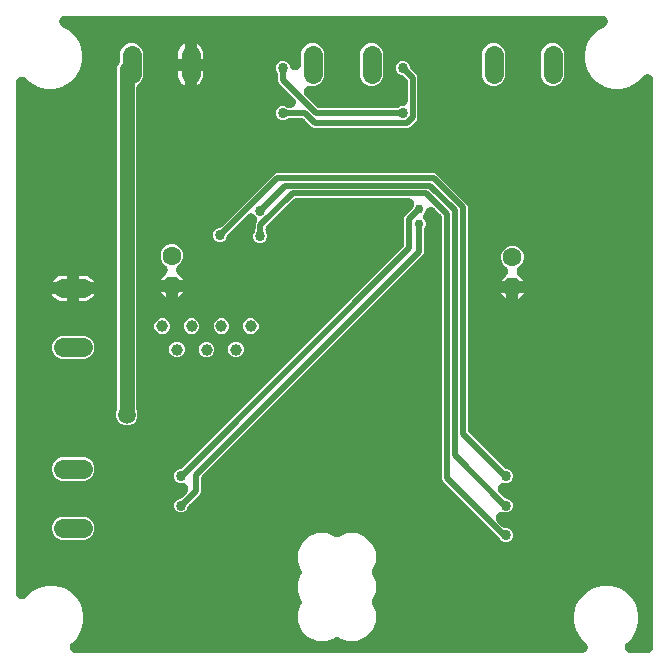
<source format=gbl>
G04 EAGLE Gerber RS-274X export*
G75*
%MOMM*%
%FSLAX34Y34*%
%LPD*%
%INBottom Copper*%
%IPPOS*%
%AMOC8*
5,1,8,0,0,1.08239X$1,22.5*%
G01*
%ADD10C,1.600200*%
%ADD11P,1.732040X8X292.500000*%
%ADD12C,1.650000*%
%ADD13C,1.500000*%
%ADD14C,0.856400*%
%ADD15C,0.756400*%
%ADD16C,0.508000*%
%ADD17C,1.270000*%
%ADD18C,1.006400*%
%ADD19C,0.500000*%

G36*
X489402Y10176D02*
X489402Y10176D01*
X489639Y10183D01*
X489720Y10196D01*
X489802Y10201D01*
X490034Y10245D01*
X490268Y10282D01*
X490347Y10305D01*
X490428Y10320D01*
X490653Y10393D01*
X490880Y10459D01*
X490955Y10491D01*
X491034Y10517D01*
X491248Y10617D01*
X491465Y10711D01*
X491536Y10753D01*
X491610Y10788D01*
X491810Y10914D01*
X492014Y11035D01*
X492079Y11085D01*
X492148Y11129D01*
X492331Y11280D01*
X492518Y11424D01*
X492576Y11482D01*
X492640Y11534D01*
X492802Y11707D01*
X492970Y11874D01*
X493020Y11939D01*
X493076Y11998D01*
X493215Y12190D01*
X493361Y12377D01*
X493403Y12447D01*
X493451Y12513D01*
X493565Y12721D01*
X493687Y12924D01*
X493719Y13000D01*
X493759Y13071D01*
X493846Y13291D01*
X493941Y13509D01*
X493964Y13587D01*
X493994Y13664D01*
X494053Y13893D01*
X494120Y14120D01*
X494133Y14201D01*
X494154Y14280D01*
X494184Y14515D01*
X494221Y14749D01*
X494224Y14831D01*
X494234Y14912D01*
X494235Y15149D01*
X494243Y15386D01*
X494235Y15467D01*
X494236Y15550D01*
X494206Y15785D01*
X494185Y16020D01*
X494167Y16100D01*
X494157Y16182D01*
X494099Y16411D01*
X494048Y16642D01*
X494020Y16720D01*
X494000Y16799D01*
X493913Y17020D01*
X493834Y17243D01*
X493797Y17316D01*
X493767Y17392D01*
X493653Y17600D01*
X493546Y17811D01*
X493500Y17879D01*
X493461Y17951D01*
X493322Y18143D01*
X493190Y18339D01*
X493137Y18400D01*
X493088Y18468D01*
X492910Y18658D01*
X492757Y18832D01*
X488266Y23323D01*
X484690Y29516D01*
X482839Y36424D01*
X482839Y43576D01*
X484690Y50484D01*
X488266Y56677D01*
X493323Y61734D01*
X499516Y65310D01*
X506424Y67161D01*
X513576Y67161D01*
X520484Y65310D01*
X526677Y61734D01*
X531734Y56677D01*
X535310Y50484D01*
X537161Y43576D01*
X537161Y36424D01*
X535310Y29516D01*
X531734Y23323D01*
X527243Y18832D01*
X527086Y18654D01*
X526924Y18482D01*
X526875Y18415D01*
X526821Y18354D01*
X526688Y18158D01*
X526549Y17966D01*
X526509Y17895D01*
X526463Y17827D01*
X526355Y17616D01*
X526241Y17409D01*
X526211Y17332D01*
X526174Y17259D01*
X526093Y17037D01*
X526006Y16816D01*
X525985Y16737D01*
X525957Y16660D01*
X525906Y16429D01*
X525846Y16200D01*
X525836Y16118D01*
X525818Y16038D01*
X525796Y15803D01*
X525766Y15568D01*
X525765Y15485D01*
X525758Y15404D01*
X525765Y15168D01*
X525764Y14930D01*
X525775Y14849D01*
X525777Y14767D01*
X525814Y14533D01*
X525843Y14298D01*
X525863Y14219D01*
X525876Y14138D01*
X525942Y13910D01*
X526000Y13681D01*
X526030Y13605D01*
X526053Y13526D01*
X526147Y13308D01*
X526233Y13088D01*
X526273Y13016D01*
X526305Y12941D01*
X526425Y12737D01*
X526539Y12529D01*
X526587Y12462D01*
X526629Y12392D01*
X526773Y12204D01*
X526912Y12012D01*
X526968Y11952D01*
X527018Y11888D01*
X527186Y11720D01*
X527347Y11547D01*
X527410Y11494D01*
X527468Y11436D01*
X527655Y11291D01*
X527837Y11139D01*
X527906Y11095D01*
X527971Y11045D01*
X528174Y10924D01*
X528374Y10796D01*
X528448Y10761D01*
X528519Y10719D01*
X528735Y10625D01*
X528950Y10523D01*
X529028Y10498D01*
X529103Y10465D01*
X529330Y10398D01*
X529555Y10324D01*
X529635Y10309D01*
X529714Y10286D01*
X529948Y10248D01*
X530180Y10203D01*
X530261Y10198D01*
X530343Y10185D01*
X530603Y10176D01*
X530834Y10161D01*
X544760Y10161D01*
X544915Y10170D01*
X545070Y10170D01*
X545232Y10190D01*
X545396Y10201D01*
X545548Y10230D01*
X545702Y10249D01*
X545861Y10289D01*
X546022Y10320D01*
X546169Y10368D01*
X546319Y10406D01*
X546472Y10466D01*
X546628Y10517D01*
X546768Y10582D01*
X546912Y10639D01*
X547056Y10718D01*
X547204Y10788D01*
X547335Y10870D01*
X547471Y10945D01*
X547604Y11041D01*
X547743Y11129D01*
X547862Y11227D01*
X547988Y11318D01*
X548107Y11430D01*
X548234Y11534D01*
X548340Y11647D01*
X548453Y11753D01*
X548558Y11879D01*
X548670Y11998D01*
X548762Y12124D01*
X548861Y12243D01*
X548949Y12381D01*
X549045Y12513D01*
X549120Y12649D01*
X549204Y12780D01*
X549274Y12928D01*
X549353Y13071D01*
X549410Y13215D01*
X549477Y13355D01*
X549528Y13511D01*
X549588Y13664D01*
X549627Y13814D01*
X549676Y13961D01*
X549707Y14122D01*
X549748Y14280D01*
X549767Y14434D01*
X549797Y14586D01*
X549807Y14745D01*
X549829Y14912D01*
X549829Y15081D01*
X549839Y15240D01*
X549839Y495166D01*
X549824Y495402D01*
X549817Y495639D01*
X549804Y495720D01*
X549799Y495802D01*
X549755Y496034D01*
X549718Y496268D01*
X549695Y496347D01*
X549680Y496428D01*
X549607Y496653D01*
X549541Y496880D01*
X549509Y496955D01*
X549483Y497034D01*
X549383Y497248D01*
X549289Y497465D01*
X549247Y497536D01*
X549212Y497610D01*
X549086Y497810D01*
X548965Y498014D01*
X548915Y498079D01*
X548871Y498148D01*
X548720Y498331D01*
X548576Y498518D01*
X548518Y498576D01*
X548466Y498640D01*
X548293Y498802D01*
X548126Y498970D01*
X548061Y499020D01*
X548002Y499076D01*
X547810Y499215D01*
X547623Y499361D01*
X547553Y499403D01*
X547487Y499451D01*
X547279Y499565D01*
X547076Y499687D01*
X547000Y499719D01*
X546929Y499759D01*
X546709Y499846D01*
X546491Y499941D01*
X546413Y499964D01*
X546336Y499994D01*
X546107Y500053D01*
X545880Y500120D01*
X545799Y500133D01*
X545720Y500154D01*
X545485Y500184D01*
X545251Y500221D01*
X545169Y500224D01*
X545088Y500234D01*
X544851Y500235D01*
X544614Y500243D01*
X544533Y500235D01*
X544450Y500236D01*
X544215Y500206D01*
X543980Y500185D01*
X543900Y500167D01*
X543818Y500157D01*
X543589Y500099D01*
X543358Y500048D01*
X543280Y500020D01*
X543201Y500000D01*
X542980Y499913D01*
X542757Y499834D01*
X542684Y499797D01*
X542608Y499767D01*
X542400Y499653D01*
X542189Y499546D01*
X542121Y499500D01*
X542049Y499461D01*
X541857Y499322D01*
X541661Y499190D01*
X541600Y499137D01*
X541532Y499088D01*
X541342Y498910D01*
X541168Y498757D01*
X535677Y493266D01*
X529484Y489690D01*
X522576Y487839D01*
X515424Y487839D01*
X508516Y489690D01*
X502323Y493266D01*
X497266Y498323D01*
X493690Y504516D01*
X491839Y511424D01*
X491839Y518576D01*
X493690Y525484D01*
X497266Y531677D01*
X502323Y536734D01*
X508606Y540361D01*
X508825Y540507D01*
X509048Y540649D01*
X509091Y540684D01*
X509136Y540714D01*
X509336Y540886D01*
X509540Y541054D01*
X509577Y541094D01*
X509619Y541130D01*
X509795Y541326D01*
X509976Y541518D01*
X510008Y541563D01*
X510045Y541603D01*
X510196Y541820D01*
X510351Y542034D01*
X510378Y542081D01*
X510409Y542126D01*
X510532Y542361D01*
X510659Y542591D01*
X510679Y542642D01*
X510705Y542691D01*
X510797Y542938D01*
X510894Y543184D01*
X510908Y543237D01*
X510927Y543288D01*
X510988Y543545D01*
X511054Y543800D01*
X511061Y543855D01*
X511073Y543908D01*
X511101Y544171D01*
X511135Y544432D01*
X511135Y544487D01*
X511140Y544542D01*
X511135Y544805D01*
X511136Y545070D01*
X511129Y545124D01*
X511128Y545179D01*
X511090Y545439D01*
X511057Y545702D01*
X511044Y545755D01*
X511036Y545809D01*
X510965Y546063D01*
X510900Y546319D01*
X510880Y546370D01*
X510865Y546423D01*
X510764Y546666D01*
X510667Y546912D01*
X510640Y546960D01*
X510619Y547011D01*
X510488Y547239D01*
X510361Y547471D01*
X510329Y547516D01*
X510302Y547563D01*
X510143Y547773D01*
X509988Y547988D01*
X509951Y548028D01*
X509918Y548071D01*
X509733Y548260D01*
X509553Y548453D01*
X509511Y548488D01*
X509473Y548527D01*
X509266Y548692D01*
X509063Y548861D01*
X509017Y548890D01*
X508974Y548924D01*
X508748Y549062D01*
X508526Y549204D01*
X508477Y549227D01*
X508430Y549256D01*
X508189Y549363D01*
X507951Y549477D01*
X507898Y549494D01*
X507849Y549516D01*
X507596Y549593D01*
X507345Y549676D01*
X507292Y549686D01*
X507239Y549702D01*
X506979Y549747D01*
X506720Y549797D01*
X506666Y549800D01*
X506611Y549810D01*
X506314Y549823D01*
X506066Y549839D01*
X51934Y549839D01*
X51671Y549823D01*
X51407Y549812D01*
X51353Y549803D01*
X51298Y549799D01*
X51039Y549750D01*
X50778Y549706D01*
X50726Y549690D01*
X50672Y549680D01*
X50421Y549598D01*
X50168Y549522D01*
X50118Y549500D01*
X50066Y549483D01*
X49827Y549371D01*
X49586Y549264D01*
X49539Y549236D01*
X49490Y549212D01*
X49267Y549071D01*
X49041Y548935D01*
X48998Y548901D01*
X48952Y548871D01*
X48748Y548703D01*
X48541Y548539D01*
X48502Y548500D01*
X48460Y548466D01*
X48279Y548273D01*
X48094Y548085D01*
X48061Y548041D01*
X48024Y548002D01*
X47868Y547788D01*
X47708Y547578D01*
X47681Y547531D01*
X47649Y547487D01*
X47521Y547255D01*
X47389Y547027D01*
X47367Y546976D01*
X47341Y546929D01*
X47243Y546683D01*
X47141Y546440D01*
X47126Y546387D01*
X47106Y546336D01*
X47040Y546081D01*
X46968Y545827D01*
X46960Y545772D01*
X46946Y545720D01*
X46913Y545458D01*
X46874Y545197D01*
X46872Y545142D01*
X46865Y545088D01*
X46865Y544822D01*
X46859Y544560D01*
X46864Y544505D01*
X46864Y544450D01*
X46897Y544188D01*
X46924Y543926D01*
X46936Y543873D01*
X46943Y543818D01*
X47008Y543562D01*
X47068Y543305D01*
X47087Y543254D01*
X47100Y543201D01*
X47197Y542955D01*
X47288Y542707D01*
X47313Y542659D01*
X47333Y542608D01*
X47460Y542376D01*
X47582Y542142D01*
X47613Y542097D01*
X47639Y542049D01*
X47794Y541835D01*
X47944Y541618D01*
X47980Y541577D01*
X48012Y541532D01*
X48193Y541339D01*
X48368Y541143D01*
X48410Y541107D01*
X48447Y541067D01*
X48650Y540898D01*
X48849Y540725D01*
X48894Y540695D01*
X48937Y540659D01*
X49188Y540499D01*
X49394Y540361D01*
X55677Y536734D01*
X60734Y531677D01*
X64310Y525484D01*
X66161Y518576D01*
X66161Y511424D01*
X64310Y504516D01*
X60734Y498323D01*
X55677Y493266D01*
X49484Y489690D01*
X42576Y487839D01*
X35424Y487839D01*
X28516Y489690D01*
X22323Y493266D01*
X18832Y496757D01*
X18654Y496914D01*
X18482Y497076D01*
X18415Y497125D01*
X18354Y497179D01*
X18158Y497312D01*
X17966Y497451D01*
X17895Y497491D01*
X17827Y497537D01*
X17616Y497645D01*
X17409Y497759D01*
X17332Y497789D01*
X17259Y497826D01*
X17037Y497907D01*
X16816Y497994D01*
X16737Y498015D01*
X16660Y498043D01*
X16429Y498094D01*
X16200Y498154D01*
X16118Y498164D01*
X16038Y498182D01*
X15803Y498204D01*
X15568Y498234D01*
X15485Y498235D01*
X15404Y498242D01*
X15168Y498235D01*
X14930Y498236D01*
X14849Y498225D01*
X14767Y498223D01*
X14533Y498186D01*
X14298Y498157D01*
X14219Y498137D01*
X14138Y498124D01*
X13910Y498058D01*
X13681Y498000D01*
X13604Y497970D01*
X13526Y497947D01*
X13308Y497853D01*
X13088Y497767D01*
X13016Y497727D01*
X12941Y497695D01*
X12737Y497575D01*
X12529Y497461D01*
X12462Y497413D01*
X12392Y497371D01*
X12204Y497227D01*
X12012Y497088D01*
X11952Y497032D01*
X11888Y496982D01*
X11720Y496814D01*
X11547Y496653D01*
X11494Y496590D01*
X11436Y496532D01*
X11291Y496345D01*
X11139Y496163D01*
X11095Y496094D01*
X11045Y496029D01*
X10924Y495826D01*
X10796Y495626D01*
X10761Y495552D01*
X10719Y495481D01*
X10625Y495265D01*
X10523Y495050D01*
X10498Y494972D01*
X10465Y494897D01*
X10398Y494670D01*
X10324Y494445D01*
X10309Y494365D01*
X10286Y494286D01*
X10248Y494052D01*
X10203Y493820D01*
X10198Y493739D01*
X10185Y493657D01*
X10176Y493397D01*
X10161Y493166D01*
X10161Y60834D01*
X10170Y60683D01*
X10170Y60644D01*
X10175Y60602D01*
X10176Y60597D01*
X10183Y60361D01*
X10196Y60280D01*
X10201Y60198D01*
X10245Y59966D01*
X10282Y59732D01*
X10305Y59653D01*
X10320Y59572D01*
X10393Y59347D01*
X10459Y59120D01*
X10491Y59045D01*
X10517Y58966D01*
X10617Y58752D01*
X10711Y58535D01*
X10753Y58464D01*
X10788Y58390D01*
X10914Y58190D01*
X11035Y57986D01*
X11085Y57921D01*
X11129Y57852D01*
X11280Y57669D01*
X11424Y57482D01*
X11482Y57424D01*
X11534Y57360D01*
X11707Y57198D01*
X11874Y57030D01*
X11939Y56980D01*
X11998Y56924D01*
X12190Y56785D01*
X12377Y56639D01*
X12447Y56597D01*
X12513Y56549D01*
X12721Y56435D01*
X12924Y56313D01*
X13000Y56281D01*
X13071Y56241D01*
X13291Y56154D01*
X13509Y56059D01*
X13587Y56036D01*
X13664Y56006D01*
X13893Y55947D01*
X14120Y55880D01*
X14201Y55867D01*
X14280Y55846D01*
X14515Y55816D01*
X14749Y55779D01*
X14831Y55776D01*
X14912Y55766D01*
X15149Y55765D01*
X15386Y55757D01*
X15467Y55765D01*
X15550Y55764D01*
X15785Y55794D01*
X16020Y55815D01*
X16100Y55833D01*
X16182Y55843D01*
X16411Y55901D01*
X16642Y55952D01*
X16720Y55980D01*
X16799Y56000D01*
X17020Y56087D01*
X17243Y56166D01*
X17316Y56203D01*
X17392Y56233D01*
X17600Y56347D01*
X17811Y56454D01*
X17879Y56500D01*
X17951Y56539D01*
X18143Y56678D01*
X18339Y56810D01*
X18400Y56863D01*
X18468Y56912D01*
X18658Y57090D01*
X18832Y57243D01*
X23323Y61734D01*
X29516Y65310D01*
X36424Y67161D01*
X43576Y67161D01*
X50484Y65310D01*
X56677Y61734D01*
X61734Y56677D01*
X65310Y50484D01*
X67161Y43576D01*
X67161Y36424D01*
X65310Y29516D01*
X61734Y23323D01*
X57243Y18832D01*
X57086Y18654D01*
X56924Y18482D01*
X56875Y18415D01*
X56821Y18354D01*
X56688Y18158D01*
X56549Y17966D01*
X56509Y17895D01*
X56463Y17827D01*
X56355Y17616D01*
X56241Y17409D01*
X56211Y17332D01*
X56174Y17259D01*
X56093Y17037D01*
X56006Y16816D01*
X55985Y16737D01*
X55957Y16660D01*
X55906Y16429D01*
X55846Y16200D01*
X55836Y16118D01*
X55818Y16038D01*
X55796Y15803D01*
X55766Y15568D01*
X55765Y15485D01*
X55758Y15404D01*
X55765Y15168D01*
X55764Y14930D01*
X55775Y14849D01*
X55777Y14767D01*
X55814Y14533D01*
X55843Y14298D01*
X55863Y14219D01*
X55876Y14138D01*
X55942Y13910D01*
X56000Y13681D01*
X56030Y13605D01*
X56053Y13526D01*
X56147Y13308D01*
X56233Y13088D01*
X56273Y13016D01*
X56305Y12941D01*
X56425Y12737D01*
X56539Y12529D01*
X56587Y12462D01*
X56629Y12392D01*
X56773Y12204D01*
X56912Y12012D01*
X56968Y11952D01*
X57018Y11888D01*
X57186Y11720D01*
X57347Y11547D01*
X57410Y11494D01*
X57468Y11436D01*
X57655Y11291D01*
X57837Y11139D01*
X57906Y11095D01*
X57971Y11045D01*
X58174Y10924D01*
X58374Y10796D01*
X58448Y10761D01*
X58519Y10719D01*
X58735Y10625D01*
X58950Y10523D01*
X59028Y10498D01*
X59103Y10465D01*
X59330Y10398D01*
X59555Y10324D01*
X59635Y10309D01*
X59714Y10286D01*
X59948Y10248D01*
X60180Y10203D01*
X60261Y10198D01*
X60343Y10185D01*
X60603Y10176D01*
X60834Y10161D01*
X489166Y10161D01*
X489402Y10176D01*
G37*
%LPC*%
G36*
X423845Y104193D02*
X423845Y104193D01*
X421711Y105077D01*
X420077Y106711D01*
X419997Y106905D01*
X419983Y106934D01*
X419972Y106964D01*
X419844Y107218D01*
X419717Y107477D01*
X419699Y107504D01*
X419685Y107532D01*
X419525Y107769D01*
X419367Y108010D01*
X419346Y108034D01*
X419328Y108060D01*
X419163Y108248D01*
X418953Y108494D01*
X418922Y108522D01*
X418896Y108553D01*
X371554Y155894D01*
X370935Y157388D01*
X370935Y159493D01*
X370949Y159710D01*
X370975Y160030D01*
X370973Y160072D01*
X370975Y160112D01*
X370975Y378455D01*
X370971Y378528D01*
X370973Y378601D01*
X370951Y378846D01*
X370935Y379091D01*
X370922Y379163D01*
X370915Y379236D01*
X370862Y379476D01*
X370816Y379717D01*
X370794Y379786D01*
X370778Y379858D01*
X370695Y380089D01*
X370619Y380323D01*
X370588Y380389D01*
X370564Y380458D01*
X370453Y380677D01*
X370348Y380900D01*
X370309Y380961D01*
X370276Y381027D01*
X370139Y381230D01*
X370007Y381438D01*
X369961Y381494D01*
X369920Y381555D01*
X369767Y381729D01*
X369602Y381929D01*
X369541Y381986D01*
X369488Y382047D01*
X365162Y386373D01*
X365015Y386502D01*
X364874Y386639D01*
X364776Y386713D01*
X364684Y386794D01*
X364522Y386904D01*
X364365Y387022D01*
X364259Y387083D01*
X364157Y387152D01*
X363982Y387242D01*
X363812Y387339D01*
X363699Y387386D01*
X363589Y387442D01*
X363405Y387508D01*
X363224Y387584D01*
X363106Y387616D01*
X362990Y387658D01*
X362799Y387701D01*
X362610Y387753D01*
X362489Y387770D01*
X362368Y387797D01*
X362173Y387816D01*
X361979Y387844D01*
X361857Y387846D01*
X361734Y387858D01*
X361539Y387852D01*
X361342Y387855D01*
X361220Y387842D01*
X361097Y387838D01*
X360904Y387808D01*
X360709Y387787D01*
X360589Y387759D01*
X360468Y387739D01*
X360280Y387685D01*
X360089Y387640D01*
X359974Y387597D01*
X359856Y387562D01*
X359676Y387485D01*
X359492Y387416D01*
X359384Y387359D01*
X359271Y387310D01*
X359102Y387211D01*
X358929Y387120D01*
X358828Y387049D01*
X358722Y386987D01*
X358567Y386867D01*
X358406Y386755D01*
X358315Y386672D01*
X358218Y386597D01*
X358079Y386459D01*
X357934Y386327D01*
X357853Y386234D01*
X357766Y386147D01*
X357646Y385993D01*
X357518Y385844D01*
X357450Y385742D01*
X357375Y385645D01*
X357275Y385476D01*
X357167Y385313D01*
X357114Y385205D01*
X357049Y385097D01*
X356964Y384902D01*
X356878Y384725D01*
X356148Y382964D01*
X356104Y382907D01*
X355995Y382784D01*
X355908Y382656D01*
X355813Y382533D01*
X355729Y382392D01*
X355637Y382257D01*
X355567Y382119D01*
X355487Y381986D01*
X355422Y381835D01*
X355347Y381689D01*
X355295Y381544D01*
X355233Y381401D01*
X355187Y381244D01*
X355131Y381090D01*
X355097Y380939D01*
X355054Y380790D01*
X355028Y380628D01*
X354992Y380468D01*
X354977Y380314D01*
X354953Y380161D01*
X354947Y379997D01*
X354931Y379834D01*
X354936Y379679D01*
X354931Y379524D01*
X354946Y379361D01*
X354951Y379197D01*
X354975Y379044D01*
X354989Y378890D01*
X355024Y378730D01*
X355050Y378568D01*
X355093Y378419D01*
X355126Y378268D01*
X355181Y378113D01*
X355227Y377956D01*
X355288Y377813D01*
X355340Y377667D01*
X355414Y377521D01*
X355479Y377371D01*
X355558Y377237D01*
X355628Y377099D01*
X355719Y376963D01*
X355802Y376822D01*
X355897Y376699D01*
X355984Y376571D01*
X356089Y376451D01*
X356149Y376373D01*
X356977Y374376D01*
X356977Y372264D01*
X356121Y370199D01*
X356111Y370169D01*
X356097Y370140D01*
X356008Y369867D01*
X355915Y369597D01*
X355908Y369565D01*
X355898Y369535D01*
X355844Y369253D01*
X355786Y368973D01*
X355783Y368941D01*
X355777Y368909D01*
X355761Y368659D01*
X355735Y368338D01*
X355737Y368296D01*
X355735Y368256D01*
X355735Y349058D01*
X355116Y347564D01*
X168052Y160501D01*
X168004Y160446D01*
X167951Y160396D01*
X167793Y160207D01*
X167631Y160023D01*
X167590Y159963D01*
X167543Y159907D01*
X167411Y159699D01*
X167273Y159496D01*
X167240Y159431D01*
X167200Y159370D01*
X167095Y159148D01*
X166983Y158929D01*
X166959Y158860D01*
X166927Y158794D01*
X166851Y158560D01*
X166767Y158329D01*
X166751Y158258D01*
X166728Y158189D01*
X166682Y157947D01*
X166628Y157708D01*
X166621Y157635D01*
X166607Y157563D01*
X166592Y157332D01*
X166567Y157073D01*
X166570Y156990D01*
X166565Y156909D01*
X166565Y146691D01*
X165946Y145197D01*
X157294Y136546D01*
X157246Y136491D01*
X157193Y136441D01*
X157035Y136252D01*
X156873Y136068D01*
X156832Y136008D01*
X156785Y135952D01*
X156653Y135744D01*
X156515Y135541D01*
X156482Y135476D01*
X156442Y135415D01*
X156337Y135193D01*
X156225Y134974D01*
X156201Y134905D01*
X156169Y134839D01*
X156093Y134605D01*
X156009Y134374D01*
X155993Y134303D01*
X155981Y134265D01*
X154923Y131711D01*
X153289Y130077D01*
X151155Y129193D01*
X148845Y129193D01*
X146711Y130077D01*
X145077Y131711D01*
X144193Y133845D01*
X144193Y136155D01*
X145077Y138289D01*
X146711Y139923D01*
X149277Y140986D01*
X149285Y140988D01*
X149357Y141004D01*
X149588Y141087D01*
X149822Y141163D01*
X149888Y141194D01*
X149957Y141218D01*
X150176Y141329D01*
X150399Y141434D01*
X150460Y141473D01*
X150526Y141506D01*
X150729Y141643D01*
X150937Y141775D01*
X150993Y141821D01*
X151054Y141862D01*
X151227Y142014D01*
X151428Y142180D01*
X151485Y142241D01*
X151546Y142294D01*
X154774Y145522D01*
X154931Y145700D01*
X155093Y145872D01*
X155141Y145939D01*
X155195Y146000D01*
X155329Y146196D01*
X155468Y146388D01*
X155507Y146459D01*
X155554Y146527D01*
X155661Y146738D01*
X155776Y146945D01*
X155806Y147022D01*
X155843Y147095D01*
X155923Y147317D01*
X156011Y147538D01*
X156031Y147617D01*
X156059Y147694D01*
X156111Y147925D01*
X156170Y148154D01*
X156181Y148236D01*
X156199Y148316D01*
X156221Y148551D01*
X156251Y148786D01*
X156251Y148869D01*
X156259Y148950D01*
X156252Y149186D01*
X156252Y149424D01*
X156242Y149505D01*
X156240Y149587D01*
X156203Y149821D01*
X156174Y150056D01*
X156153Y150135D01*
X156141Y150216D01*
X156075Y150444D01*
X156016Y150673D01*
X155986Y150750D01*
X155964Y150828D01*
X155870Y151046D01*
X155783Y151266D01*
X155744Y151338D01*
X155711Y151413D01*
X155592Y151617D01*
X155478Y151825D01*
X155430Y151892D01*
X155388Y151962D01*
X155243Y152149D01*
X155104Y152342D01*
X155048Y152402D01*
X154998Y152466D01*
X154831Y152634D01*
X154669Y152807D01*
X154606Y152860D01*
X154549Y152918D01*
X154361Y153063D01*
X154180Y153215D01*
X154111Y153259D01*
X154046Y153309D01*
X153842Y153430D01*
X153643Y153558D01*
X153569Y153593D01*
X153498Y153635D01*
X153281Y153729D01*
X153067Y153831D01*
X152989Y153856D01*
X152914Y153889D01*
X152686Y153956D01*
X152462Y154030D01*
X152381Y154045D01*
X152303Y154068D01*
X152069Y154106D01*
X151836Y154151D01*
X151756Y154156D01*
X151673Y154169D01*
X151413Y154178D01*
X151182Y154193D01*
X148845Y154193D01*
X146711Y155077D01*
X145077Y156711D01*
X144193Y158845D01*
X144193Y161155D01*
X145077Y163289D01*
X146711Y164923D01*
X148933Y165843D01*
X148990Y165847D01*
X149062Y165860D01*
X149135Y165867D01*
X149375Y165920D01*
X149616Y165966D01*
X149686Y165989D01*
X149757Y166004D01*
X149988Y166087D01*
X150222Y166163D01*
X150288Y166194D01*
X150357Y166218D01*
X150576Y166329D01*
X150799Y166434D01*
X150861Y166473D01*
X150926Y166506D01*
X151129Y166643D01*
X151337Y166775D01*
X151393Y166821D01*
X151454Y166862D01*
X151627Y167015D01*
X151828Y167180D01*
X151886Y167241D01*
X151946Y167294D01*
X337618Y352966D01*
X337666Y353021D01*
X337719Y353071D01*
X337877Y353260D01*
X338039Y353444D01*
X338080Y353504D01*
X338127Y353560D01*
X338259Y353768D01*
X338397Y353971D01*
X338430Y354036D01*
X338470Y354097D01*
X338575Y354319D01*
X338687Y354538D01*
X338711Y354607D01*
X338743Y354673D01*
X338819Y354907D01*
X338903Y355138D01*
X338919Y355209D01*
X338942Y355278D01*
X338988Y355519D01*
X339042Y355759D01*
X339049Y355832D01*
X339063Y355904D01*
X339078Y356135D01*
X339103Y356394D01*
X339100Y356477D01*
X339105Y356558D01*
X339105Y378329D01*
X339724Y379823D01*
X341582Y381680D01*
X345215Y385313D01*
X345236Y385337D01*
X345260Y385359D01*
X345447Y385577D01*
X345636Y385791D01*
X345654Y385817D01*
X345675Y385842D01*
X345833Y386081D01*
X345994Y386318D01*
X346009Y386347D01*
X346027Y386373D01*
X346137Y386598D01*
X346284Y386886D01*
X346298Y386925D01*
X346316Y386961D01*
X346924Y388428D01*
X346987Y388614D01*
X347059Y388796D01*
X347090Y388915D01*
X347130Y389031D01*
X347170Y389223D01*
X347219Y389412D01*
X347234Y389535D01*
X347259Y389655D01*
X347275Y389850D01*
X347300Y390044D01*
X347300Y390168D01*
X347310Y390290D01*
X347300Y390486D01*
X347301Y390682D01*
X347286Y390804D01*
X347280Y390927D01*
X347246Y391119D01*
X347222Y391314D01*
X347192Y391433D01*
X347171Y391554D01*
X347113Y391742D01*
X347065Y391931D01*
X347020Y392046D01*
X346984Y392163D01*
X346903Y392342D01*
X346832Y392524D01*
X346773Y392632D01*
X346722Y392744D01*
X346620Y392911D01*
X346526Y393083D01*
X346454Y393183D01*
X346390Y393288D01*
X346268Y393441D01*
X346153Y393600D01*
X346069Y393689D01*
X345992Y393786D01*
X345851Y393922D01*
X345718Y394065D01*
X345624Y394144D01*
X345535Y394230D01*
X345379Y394348D01*
X345228Y394473D01*
X345125Y394539D01*
X345026Y394613D01*
X344856Y394710D01*
X344691Y394816D01*
X344580Y394868D01*
X344473Y394930D01*
X344293Y395005D01*
X344116Y395089D01*
X343999Y395127D01*
X343885Y395174D01*
X343696Y395226D01*
X343510Y395288D01*
X343389Y395311D01*
X343271Y395344D01*
X343077Y395372D01*
X342885Y395409D01*
X342765Y395417D01*
X342640Y395435D01*
X342428Y395439D01*
X342231Y395451D01*
X248137Y395451D01*
X248064Y395447D01*
X247991Y395449D01*
X247746Y395427D01*
X247501Y395411D01*
X247430Y395398D01*
X247357Y395391D01*
X247117Y395338D01*
X246875Y395292D01*
X246806Y395269D01*
X246735Y395254D01*
X246504Y395171D01*
X246269Y395095D01*
X246203Y395064D01*
X246134Y395040D01*
X245915Y394929D01*
X245693Y394824D01*
X245631Y394785D01*
X245566Y394752D01*
X245362Y394615D01*
X245154Y394483D01*
X245098Y394437D01*
X245038Y394396D01*
X244864Y394243D01*
X244663Y394078D01*
X244606Y394017D01*
X244545Y393964D01*
X222925Y372343D01*
X222850Y372258D01*
X222768Y372179D01*
X222639Y372019D01*
X222504Y371865D01*
X222440Y371771D01*
X222368Y371682D01*
X222261Y371508D01*
X222146Y371339D01*
X222094Y371237D01*
X222034Y371140D01*
X221949Y370953D01*
X221856Y370771D01*
X221817Y370664D01*
X221770Y370560D01*
X221709Y370364D01*
X221640Y370172D01*
X221615Y370061D01*
X221581Y369952D01*
X221545Y369750D01*
X221501Y369550D01*
X221490Y369436D01*
X221470Y369324D01*
X221460Y369120D01*
X221440Y368916D01*
X221444Y368802D01*
X221438Y368688D01*
X221453Y368484D01*
X221460Y368279D01*
X221477Y368166D01*
X221486Y368053D01*
X221527Y367852D01*
X221559Y367649D01*
X221590Y367540D01*
X221613Y367428D01*
X221676Y367242D01*
X221736Y367037D01*
X221785Y366922D01*
X221824Y366808D01*
X222857Y364315D01*
X222857Y362005D01*
X221973Y359871D01*
X220339Y358237D01*
X218205Y357353D01*
X215895Y357353D01*
X213761Y358237D01*
X212127Y359871D01*
X211243Y362005D01*
X211243Y364315D01*
X212271Y366797D01*
X212317Y366864D01*
X212350Y366929D01*
X212390Y366991D01*
X212495Y367213D01*
X212607Y367432D01*
X212631Y367501D01*
X212663Y367567D01*
X212739Y367800D01*
X212823Y368031D01*
X212839Y368102D01*
X212862Y368172D01*
X212908Y368413D01*
X212962Y368653D01*
X212969Y368726D01*
X212983Y368797D01*
X212998Y369029D01*
X213023Y369287D01*
X213020Y369371D01*
X213025Y369451D01*
X213025Y372961D01*
X213953Y375201D01*
X213990Y375309D01*
X214036Y375413D01*
X214093Y375609D01*
X214160Y375803D01*
X214183Y375915D01*
X214215Y376024D01*
X214247Y376227D01*
X214289Y376427D01*
X214298Y376541D01*
X214316Y376653D01*
X214323Y376858D01*
X214339Y377062D01*
X214334Y377176D01*
X214338Y377290D01*
X214319Y377494D01*
X214309Y377699D01*
X214290Y377811D01*
X214279Y377925D01*
X214235Y378125D01*
X214200Y378327D01*
X214167Y378436D01*
X214142Y378547D01*
X214074Y378739D01*
X214013Y378936D01*
X213967Y379040D01*
X213928Y379147D01*
X213836Y379329D01*
X213752Y379517D01*
X213692Y379614D01*
X213641Y379716D01*
X213527Y379885D01*
X213419Y380060D01*
X213348Y380149D01*
X213285Y380244D01*
X213155Y380392D01*
X213022Y380558D01*
X212931Y380646D01*
X212852Y380736D01*
X212731Y380857D01*
X212616Y380959D01*
X212506Y381069D01*
X212376Y381170D01*
X212254Y381278D01*
X212126Y381365D01*
X212003Y381460D01*
X211862Y381544D01*
X211727Y381636D01*
X211589Y381707D01*
X211456Y381786D01*
X211306Y381851D01*
X211159Y381926D01*
X211013Y381978D01*
X210871Y382040D01*
X210714Y382086D01*
X210560Y382142D01*
X210409Y382176D01*
X210260Y382219D01*
X210098Y382245D01*
X209938Y382281D01*
X209784Y382296D01*
X209631Y382320D01*
X209467Y382326D01*
X209304Y382342D01*
X209149Y382337D01*
X208994Y382342D01*
X208831Y382327D01*
X208667Y382322D01*
X208514Y382298D01*
X208360Y382284D01*
X208200Y382249D01*
X208038Y382223D01*
X207889Y382180D01*
X207737Y382147D01*
X207583Y382092D01*
X207426Y382046D01*
X207283Y381985D01*
X207137Y381933D01*
X206991Y381859D01*
X206840Y381794D01*
X206707Y381715D01*
X206569Y381645D01*
X206433Y381554D01*
X206292Y381470D01*
X206169Y381376D01*
X206041Y381289D01*
X205921Y381184D01*
X205787Y381081D01*
X205668Y380962D01*
X205548Y380857D01*
X190294Y365603D01*
X190246Y365548D01*
X190193Y365498D01*
X190036Y365309D01*
X189873Y365125D01*
X189832Y365064D01*
X189785Y365008D01*
X189653Y364801D01*
X189515Y364598D01*
X189482Y364533D01*
X189442Y364471D01*
X189337Y364249D01*
X189225Y364030D01*
X189201Y363962D01*
X189169Y363896D01*
X189093Y363662D01*
X189009Y363431D01*
X188993Y363360D01*
X188970Y363290D01*
X188952Y363196D01*
X187923Y360711D01*
X186289Y359077D01*
X184155Y358193D01*
X181845Y358193D01*
X179711Y359077D01*
X178077Y360711D01*
X177193Y362845D01*
X177193Y365155D01*
X178077Y367289D01*
X179711Y368923D01*
X182192Y369951D01*
X182273Y369966D01*
X182342Y369989D01*
X182413Y370004D01*
X182644Y370087D01*
X182879Y370163D01*
X182945Y370194D01*
X183014Y370218D01*
X183233Y370329D01*
X183455Y370434D01*
X183517Y370473D01*
X183582Y370506D01*
X183786Y370643D01*
X183994Y370775D01*
X184050Y370821D01*
X184110Y370862D01*
X184284Y371015D01*
X184485Y371180D01*
X184542Y371241D01*
X184603Y371294D01*
X229244Y415936D01*
X230723Y416549D01*
X364503Y416549D01*
X365982Y415936D01*
X392236Y389682D01*
X392849Y388203D01*
X392849Y199528D01*
X392853Y199455D01*
X392851Y199382D01*
X392873Y199137D01*
X392889Y198892D01*
X392902Y198820D01*
X392909Y198747D01*
X392962Y198507D01*
X393008Y198266D01*
X393031Y198196D01*
X393046Y198125D01*
X393129Y197894D01*
X393205Y197660D01*
X393236Y197594D01*
X393260Y197525D01*
X393371Y197306D01*
X393476Y197083D01*
X393515Y197021D01*
X393548Y196956D01*
X393685Y196753D01*
X393817Y196545D01*
X393863Y196489D01*
X393904Y196428D01*
X394057Y196255D01*
X394222Y196054D01*
X394283Y195996D01*
X394336Y195936D01*
X422978Y167294D01*
X423033Y167246D01*
X423083Y167193D01*
X423272Y167035D01*
X423456Y166873D01*
X423516Y166832D01*
X423572Y166785D01*
X423780Y166653D01*
X423983Y166515D01*
X424048Y166482D01*
X424109Y166442D01*
X424331Y166337D01*
X424550Y166225D01*
X424619Y166201D01*
X424685Y166169D01*
X424919Y166093D01*
X425150Y166009D01*
X425221Y165993D01*
X425290Y165970D01*
X425532Y165924D01*
X425771Y165870D01*
X425844Y165863D01*
X425916Y165849D01*
X426078Y165838D01*
X428289Y164923D01*
X429923Y163289D01*
X430807Y161155D01*
X430807Y158845D01*
X429923Y156711D01*
X428289Y155077D01*
X426155Y154193D01*
X423278Y154193D01*
X423041Y154178D01*
X422805Y154171D01*
X422723Y154158D01*
X422642Y154153D01*
X422409Y154109D01*
X422175Y154072D01*
X422096Y154049D01*
X422016Y154034D01*
X421790Y153961D01*
X421563Y153895D01*
X421488Y153863D01*
X421410Y153837D01*
X421195Y153736D01*
X420978Y153643D01*
X420907Y153601D01*
X420833Y153566D01*
X420633Y153439D01*
X420429Y153319D01*
X420364Y153269D01*
X420295Y153225D01*
X420112Y153074D01*
X419925Y152930D01*
X419867Y152872D01*
X419804Y152820D01*
X419641Y152647D01*
X419474Y152480D01*
X419423Y152415D01*
X419367Y152356D01*
X419228Y152164D01*
X419082Y151977D01*
X419040Y151907D01*
X418992Y151841D01*
X418878Y151633D01*
X418757Y151430D01*
X418724Y151354D01*
X418684Y151283D01*
X418597Y151063D01*
X418502Y150845D01*
X418479Y150767D01*
X418449Y150690D01*
X418390Y150461D01*
X418323Y150234D01*
X418310Y150153D01*
X418290Y150074D01*
X418260Y149839D01*
X418222Y149605D01*
X418219Y149523D01*
X418209Y149442D01*
X418208Y149205D01*
X418200Y148968D01*
X418208Y148887D01*
X418208Y148804D01*
X418237Y148570D01*
X418259Y148334D01*
X418276Y148254D01*
X418286Y148172D01*
X418345Y147943D01*
X418396Y147712D01*
X418423Y147634D01*
X418444Y147555D01*
X418530Y147334D01*
X418610Y147111D01*
X418647Y147038D01*
X418677Y146962D01*
X418790Y146754D01*
X418897Y146543D01*
X418943Y146475D01*
X418982Y146403D01*
X419121Y146211D01*
X419253Y146015D01*
X419307Y145954D01*
X419356Y145886D01*
X419533Y145697D01*
X419686Y145522D01*
X422914Y142294D01*
X422969Y142246D01*
X423019Y142193D01*
X423207Y142036D01*
X423392Y141873D01*
X423452Y141832D01*
X423508Y141785D01*
X423715Y141653D01*
X423919Y141515D01*
X423984Y141482D01*
X424045Y141442D01*
X424268Y141337D01*
X424486Y141225D01*
X424555Y141201D01*
X424621Y141169D01*
X424855Y141093D01*
X425086Y141009D01*
X425157Y140993D01*
X425226Y140970D01*
X425467Y140924D01*
X425707Y140870D01*
X425780Y140863D01*
X425852Y140849D01*
X426083Y140834D01*
X426091Y140833D01*
X428289Y139923D01*
X429923Y138289D01*
X430807Y136155D01*
X430807Y133845D01*
X429923Y131711D01*
X428289Y130077D01*
X426155Y129193D01*
X423845Y129193D01*
X423378Y129387D01*
X423116Y129476D01*
X422854Y129571D01*
X422814Y129580D01*
X422775Y129593D01*
X422503Y129649D01*
X422233Y129710D01*
X422192Y129714D01*
X422152Y129722D01*
X421874Y129744D01*
X421598Y129771D01*
X421557Y129769D01*
X421516Y129773D01*
X421238Y129760D01*
X420962Y129751D01*
X420921Y129745D01*
X420880Y129743D01*
X420606Y129695D01*
X420332Y129652D01*
X420293Y129641D01*
X420252Y129634D01*
X419987Y129552D01*
X419720Y129475D01*
X419682Y129459D01*
X419643Y129447D01*
X419390Y129333D01*
X419135Y129223D01*
X419100Y129202D01*
X419062Y129185D01*
X418826Y129041D01*
X418586Y128899D01*
X418554Y128874D01*
X418519Y128853D01*
X418302Y128680D01*
X418082Y128510D01*
X418053Y128481D01*
X418021Y128455D01*
X417828Y128256D01*
X417631Y128060D01*
X417605Y128028D01*
X417577Y127998D01*
X417410Y127777D01*
X417239Y127557D01*
X417218Y127522D01*
X417194Y127489D01*
X417056Y127249D01*
X416914Y127010D01*
X416897Y126972D01*
X416877Y126936D01*
X416770Y126680D01*
X416659Y126425D01*
X416648Y126386D01*
X416632Y126348D01*
X416558Y126080D01*
X416480Y125814D01*
X416474Y125774D01*
X416463Y125734D01*
X416423Y125459D01*
X416379Y125185D01*
X416378Y125144D01*
X416372Y125103D01*
X416367Y124826D01*
X416357Y124548D01*
X416361Y124507D01*
X416360Y124466D01*
X416390Y124190D01*
X416416Y123914D01*
X416424Y123874D01*
X416429Y123833D01*
X416493Y123562D01*
X416553Y123292D01*
X416566Y123253D01*
X416576Y123213D01*
X416674Y122952D01*
X416767Y122691D01*
X416785Y122655D01*
X416800Y122616D01*
X416929Y122370D01*
X417054Y122123D01*
X417077Y122089D01*
X417096Y122052D01*
X417256Y121824D01*
X417410Y121595D01*
X417437Y121564D01*
X417461Y121530D01*
X417677Y121291D01*
X417843Y121102D01*
X421651Y117294D01*
X421706Y117246D01*
X421755Y117193D01*
X421945Y117035D01*
X422129Y116873D01*
X422189Y116832D01*
X422245Y116785D01*
X422452Y116653D01*
X422656Y116515D01*
X422721Y116482D01*
X422782Y116442D01*
X423004Y116337D01*
X423223Y116225D01*
X423292Y116201D01*
X423358Y116169D01*
X423592Y116093D01*
X423823Y116009D01*
X423894Y115993D01*
X423963Y115970D01*
X424204Y115924D01*
X424444Y115870D01*
X424517Y115863D01*
X424589Y115849D01*
X424820Y115834D01*
X425079Y115809D01*
X425162Y115812D01*
X425242Y115807D01*
X426155Y115807D01*
X428289Y114923D01*
X429923Y113289D01*
X430807Y111155D01*
X430807Y108845D01*
X429923Y106711D01*
X428289Y105077D01*
X426155Y104193D01*
X423845Y104193D01*
G37*
%LPD*%
%LPC*%
G36*
X265110Y20429D02*
X265110Y20429D01*
X257700Y23499D01*
X252029Y29170D01*
X248959Y36580D01*
X248959Y44600D01*
X251754Y51346D01*
X251777Y51415D01*
X251807Y51482D01*
X251880Y51716D01*
X251960Y51949D01*
X251975Y52021D01*
X251996Y52090D01*
X252039Y52332D01*
X252089Y52573D01*
X252095Y52646D01*
X252108Y52718D01*
X252120Y52963D01*
X252140Y53208D01*
X252136Y53281D01*
X252140Y53354D01*
X252121Y53599D01*
X252110Y53844D01*
X252097Y53916D01*
X252092Y53989D01*
X252043Y54230D01*
X252001Y54472D01*
X251979Y54542D01*
X251965Y54614D01*
X251890Y54832D01*
X251814Y55081D01*
X251779Y55158D01*
X251754Y55234D01*
X248959Y61980D01*
X248959Y70000D01*
X251754Y76746D01*
X251777Y76815D01*
X251807Y76882D01*
X251880Y77116D01*
X251960Y77349D01*
X251975Y77421D01*
X251996Y77490D01*
X252039Y77732D01*
X252089Y77973D01*
X252095Y78046D01*
X252108Y78118D01*
X252120Y78363D01*
X252140Y78608D01*
X252136Y78681D01*
X252140Y78754D01*
X252121Y78999D01*
X252110Y79244D01*
X252097Y79316D01*
X252092Y79389D01*
X252043Y79630D01*
X252001Y79872D01*
X251979Y79942D01*
X251965Y80014D01*
X251890Y80232D01*
X251814Y80481D01*
X251779Y80558D01*
X251754Y80634D01*
X248959Y87380D01*
X248959Y95400D01*
X252029Y102810D01*
X257700Y108481D01*
X265110Y111551D01*
X273130Y111551D01*
X279876Y108756D01*
X279945Y108733D01*
X280012Y108703D01*
X280246Y108630D01*
X280479Y108550D01*
X280551Y108535D01*
X280620Y108514D01*
X280862Y108471D01*
X281103Y108421D01*
X281176Y108415D01*
X281248Y108402D01*
X281493Y108390D01*
X281738Y108370D01*
X281811Y108374D01*
X281884Y108370D01*
X282129Y108389D01*
X282374Y108400D01*
X282446Y108413D01*
X282519Y108418D01*
X282760Y108467D01*
X283002Y108509D01*
X283072Y108531D01*
X283143Y108545D01*
X283362Y108620D01*
X283611Y108696D01*
X283688Y108731D01*
X283764Y108756D01*
X290510Y111551D01*
X298530Y111551D01*
X305940Y108481D01*
X311611Y102810D01*
X314681Y95400D01*
X314681Y87380D01*
X311886Y80634D01*
X311863Y80565D01*
X311833Y80498D01*
X311760Y80264D01*
X311680Y80031D01*
X311665Y79959D01*
X311644Y79890D01*
X311601Y79648D01*
X311551Y79407D01*
X311545Y79334D01*
X311532Y79262D01*
X311520Y79017D01*
X311500Y78772D01*
X311504Y78699D01*
X311500Y78626D01*
X311519Y78381D01*
X311530Y78136D01*
X311543Y78064D01*
X311548Y77991D01*
X311597Y77750D01*
X311639Y77508D01*
X311661Y77438D01*
X311675Y77367D01*
X311750Y77148D01*
X311826Y76899D01*
X311861Y76822D01*
X311886Y76746D01*
X314681Y70000D01*
X314681Y61980D01*
X311886Y55234D01*
X311863Y55165D01*
X311833Y55098D01*
X311760Y54864D01*
X311680Y54631D01*
X311665Y54559D01*
X311644Y54490D01*
X311601Y54248D01*
X311551Y54007D01*
X311545Y53934D01*
X311532Y53862D01*
X311520Y53617D01*
X311500Y53372D01*
X311504Y53299D01*
X311500Y53226D01*
X311519Y52981D01*
X311530Y52736D01*
X311543Y52664D01*
X311548Y52591D01*
X311597Y52350D01*
X311639Y52108D01*
X311661Y52038D01*
X311675Y51967D01*
X311750Y51748D01*
X311826Y51499D01*
X311861Y51422D01*
X311886Y51346D01*
X314681Y44600D01*
X314681Y36580D01*
X311611Y29170D01*
X305940Y23499D01*
X298530Y20429D01*
X290510Y20429D01*
X283764Y23224D01*
X283695Y23247D01*
X283628Y23277D01*
X283394Y23350D01*
X283161Y23430D01*
X283089Y23445D01*
X283020Y23466D01*
X282778Y23509D01*
X282537Y23559D01*
X282464Y23565D01*
X282392Y23578D01*
X282147Y23590D01*
X281902Y23610D01*
X281829Y23606D01*
X281756Y23610D01*
X281511Y23591D01*
X281266Y23580D01*
X281194Y23567D01*
X281121Y23562D01*
X280880Y23513D01*
X280638Y23471D01*
X280568Y23449D01*
X280496Y23435D01*
X280278Y23360D01*
X280029Y23284D01*
X279952Y23249D01*
X279876Y23224D01*
X273130Y20429D01*
X265110Y20429D01*
G37*
%LPD*%
%LPC*%
G36*
X102205Y202975D02*
X102205Y202975D01*
X98888Y204349D01*
X96349Y206888D01*
X94975Y210205D01*
X94975Y213795D01*
X95739Y215638D01*
X95749Y215668D01*
X95763Y215697D01*
X95852Y215970D01*
X95945Y216241D01*
X95952Y216272D01*
X95962Y216303D01*
X96016Y216584D01*
X96074Y216865D01*
X96077Y216897D01*
X96083Y216928D01*
X96099Y217179D01*
X96125Y217500D01*
X96123Y217542D01*
X96125Y217582D01*
X96125Y506016D01*
X97456Y509230D01*
X97537Y509348D01*
X97570Y509414D01*
X97610Y509475D01*
X97715Y509698D01*
X97826Y509916D01*
X97851Y509985D01*
X97883Y510051D01*
X97959Y510284D01*
X98043Y510515D01*
X98059Y510587D01*
X98082Y510656D01*
X98128Y510897D01*
X98182Y511137D01*
X98189Y511210D01*
X98203Y511282D01*
X98218Y511513D01*
X98243Y511771D01*
X98240Y511855D01*
X98245Y511936D01*
X98245Y518664D01*
X99733Y522257D01*
X102483Y525007D01*
X106076Y526495D01*
X109964Y526495D01*
X113557Y525007D01*
X116307Y522257D01*
X117795Y518664D01*
X117795Y498276D01*
X116307Y494683D01*
X113362Y491739D01*
X113314Y491684D01*
X113261Y491634D01*
X113103Y491445D01*
X112941Y491261D01*
X112900Y491201D01*
X112853Y491144D01*
X112721Y490937D01*
X112583Y490734D01*
X112550Y490669D01*
X112510Y490608D01*
X112405Y490386D01*
X112293Y490166D01*
X112269Y490098D01*
X112237Y490032D01*
X112160Y489798D01*
X112077Y489567D01*
X112061Y489496D01*
X112038Y489427D01*
X111992Y489185D01*
X111938Y488945D01*
X111931Y488873D01*
X111917Y488801D01*
X111902Y488570D01*
X111877Y488311D01*
X111880Y488228D01*
X111875Y488147D01*
X111875Y217582D01*
X111877Y217550D01*
X111875Y217518D01*
X111897Y217232D01*
X111915Y216946D01*
X111921Y216915D01*
X111923Y216883D01*
X111980Y216601D01*
X112034Y216320D01*
X112044Y216290D01*
X112050Y216258D01*
X112131Y216021D01*
X112231Y215714D01*
X112248Y215676D01*
X112261Y215638D01*
X113025Y213795D01*
X113025Y210205D01*
X111651Y206888D01*
X109112Y204349D01*
X105795Y202975D01*
X102205Y202975D01*
G37*
%LPD*%
%LPC*%
G36*
X262479Y454969D02*
X262479Y454969D01*
X261000Y455582D01*
X254794Y461788D01*
X254740Y461836D01*
X254690Y461889D01*
X254500Y462047D01*
X254316Y462209D01*
X254256Y462250D01*
X254200Y462297D01*
X253993Y462429D01*
X253789Y462567D01*
X253724Y462600D01*
X253663Y462640D01*
X253441Y462745D01*
X253222Y462857D01*
X253153Y462881D01*
X253087Y462913D01*
X252853Y462989D01*
X252622Y463073D01*
X252551Y463089D01*
X252482Y463112D01*
X252241Y463158D01*
X252001Y463212D01*
X251928Y463219D01*
X251856Y463233D01*
X251625Y463248D01*
X251367Y463273D01*
X251283Y463270D01*
X251203Y463275D01*
X242391Y463275D01*
X242318Y463271D01*
X242245Y463273D01*
X242000Y463251D01*
X241755Y463235D01*
X241684Y463222D01*
X241611Y463215D01*
X241371Y463162D01*
X241129Y463116D01*
X241060Y463093D01*
X240989Y463078D01*
X240758Y462995D01*
X240523Y462919D01*
X240457Y462888D01*
X240389Y462864D01*
X240170Y462753D01*
X239947Y462648D01*
X239885Y462609D01*
X239820Y462576D01*
X239740Y462523D01*
X237255Y461493D01*
X234945Y461493D01*
X232811Y462377D01*
X231177Y464011D01*
X230293Y466145D01*
X230293Y468455D01*
X231177Y470589D01*
X232811Y472223D01*
X234945Y473107D01*
X237255Y473107D01*
X240032Y471956D01*
X240295Y471866D01*
X240556Y471772D01*
X240596Y471763D01*
X240635Y471750D01*
X240907Y471694D01*
X241178Y471633D01*
X241219Y471629D01*
X241259Y471621D01*
X241536Y471599D01*
X241812Y471572D01*
X241853Y471574D01*
X241894Y471570D01*
X242172Y471583D01*
X242449Y471592D01*
X242490Y471598D01*
X242531Y471600D01*
X242804Y471648D01*
X243078Y471691D01*
X243118Y471702D01*
X243158Y471709D01*
X243424Y471791D01*
X243691Y471868D01*
X243728Y471884D01*
X243767Y471896D01*
X244020Y472010D01*
X244276Y472120D01*
X244311Y472141D01*
X244348Y472158D01*
X244585Y472302D01*
X244824Y472444D01*
X244857Y472469D01*
X244892Y472490D01*
X245109Y472664D01*
X245329Y472833D01*
X245358Y472862D01*
X245390Y472888D01*
X245583Y473087D01*
X245780Y473283D01*
X245805Y473315D01*
X245834Y473345D01*
X246001Y473567D01*
X246171Y473786D01*
X246192Y473821D01*
X246217Y473854D01*
X246355Y474095D01*
X246497Y474333D01*
X246513Y474371D01*
X246534Y474407D01*
X246640Y474663D01*
X246751Y474918D01*
X246763Y474957D01*
X246778Y474995D01*
X246852Y475263D01*
X246930Y475529D01*
X246937Y475569D01*
X246948Y475609D01*
X246987Y475884D01*
X247032Y476158D01*
X247033Y476199D01*
X247039Y476240D01*
X247044Y476517D01*
X247053Y476795D01*
X247050Y476836D01*
X247050Y476877D01*
X247020Y477153D01*
X246995Y477429D01*
X246986Y477469D01*
X246982Y477510D01*
X246918Y477779D01*
X246858Y478051D01*
X246844Y478090D01*
X246835Y478130D01*
X246737Y478390D01*
X246644Y478652D01*
X246625Y478688D01*
X246611Y478727D01*
X246482Y478972D01*
X246356Y479220D01*
X246334Y479254D01*
X246314Y479290D01*
X246155Y479518D01*
X246000Y479748D01*
X245974Y479779D01*
X245950Y479813D01*
X245733Y480052D01*
X245568Y480241D01*
X234535Y491274D01*
X232688Y493120D01*
X232075Y494599D01*
X232075Y499109D01*
X232071Y499182D01*
X232073Y499255D01*
X232051Y499500D01*
X232035Y499745D01*
X232022Y499816D01*
X232015Y499889D01*
X231962Y500129D01*
X231916Y500371D01*
X231893Y500440D01*
X231878Y500511D01*
X231795Y500742D01*
X231719Y500977D01*
X231688Y501043D01*
X231664Y501111D01*
X231553Y501330D01*
X231448Y501553D01*
X231409Y501615D01*
X231376Y501680D01*
X231323Y501760D01*
X230293Y504245D01*
X230293Y506555D01*
X231177Y508689D01*
X232811Y510323D01*
X234945Y511207D01*
X237255Y511207D01*
X239389Y510323D01*
X241023Y508689D01*
X241783Y506853D01*
X241905Y506604D01*
X242024Y506352D01*
X242046Y506317D01*
X242064Y506281D01*
X242216Y506049D01*
X242365Y505814D01*
X242391Y505782D01*
X242413Y505748D01*
X242593Y505537D01*
X242770Y505323D01*
X242800Y505295D01*
X242827Y505263D01*
X243032Y505076D01*
X243234Y504886D01*
X243268Y504862D01*
X243298Y504834D01*
X243525Y504675D01*
X243750Y504511D01*
X243785Y504491D01*
X243819Y504468D01*
X244064Y504338D01*
X244307Y504203D01*
X244346Y504188D01*
X244382Y504169D01*
X244641Y504071D01*
X244900Y503968D01*
X244939Y503958D01*
X244978Y503943D01*
X245247Y503878D01*
X245516Y503809D01*
X245557Y503803D01*
X245597Y503794D01*
X245873Y503763D01*
X246148Y503728D01*
X246189Y503728D01*
X246230Y503723D01*
X246508Y503727D01*
X246786Y503727D01*
X246826Y503732D01*
X246867Y503732D01*
X247142Y503771D01*
X247418Y503805D01*
X247458Y503815D01*
X247498Y503821D01*
X247766Y503894D01*
X248035Y503962D01*
X248073Y503978D01*
X248113Y503988D01*
X248369Y504094D01*
X248628Y504196D01*
X248664Y504215D01*
X248702Y504231D01*
X248943Y504368D01*
X249187Y504501D01*
X249220Y504525D01*
X249256Y504546D01*
X249479Y504712D01*
X249704Y504875D01*
X249734Y504903D01*
X249766Y504927D01*
X249967Y505120D01*
X250169Y505309D01*
X250195Y505341D01*
X250225Y505369D01*
X250400Y505586D01*
X250577Y505799D01*
X250599Y505834D01*
X250624Y505866D01*
X250771Y506103D01*
X250920Y506336D01*
X250937Y506373D01*
X250959Y506408D01*
X251073Y506660D01*
X251193Y506912D01*
X251206Y506951D01*
X251222Y506988D01*
X251305Y507253D01*
X251392Y507517D01*
X251399Y507557D01*
X251412Y507597D01*
X251460Y507870D01*
X251513Y508143D01*
X251516Y508183D01*
X251523Y508224D01*
X251539Y508545D01*
X251555Y508796D01*
X251555Y518664D01*
X253043Y522257D01*
X255793Y525007D01*
X259386Y526495D01*
X263274Y526495D01*
X266867Y525007D01*
X269617Y522257D01*
X271105Y518664D01*
X271105Y498276D01*
X269617Y494683D01*
X266867Y491933D01*
X263274Y490445D01*
X259009Y490445D01*
X258773Y490430D01*
X258536Y490423D01*
X258455Y490410D01*
X258373Y490405D01*
X258141Y490361D01*
X257907Y490324D01*
X257828Y490301D01*
X257747Y490286D01*
X257522Y490213D01*
X257295Y490147D01*
X257219Y490115D01*
X257141Y490089D01*
X256927Y489989D01*
X256709Y489895D01*
X256639Y489853D01*
X256565Y489818D01*
X256364Y489692D01*
X256161Y489571D01*
X256096Y489521D01*
X256026Y489477D01*
X255844Y489326D01*
X255656Y489182D01*
X255598Y489124D01*
X255535Y489072D01*
X255373Y488899D01*
X255205Y488732D01*
X255155Y488667D01*
X255099Y488608D01*
X254959Y488416D01*
X254814Y488229D01*
X254772Y488159D01*
X254723Y488093D01*
X254609Y487885D01*
X254488Y487682D01*
X254455Y487606D01*
X254416Y487535D01*
X254328Y487315D01*
X254234Y487097D01*
X254211Y487019D01*
X254181Y486942D01*
X254121Y486713D01*
X254055Y486486D01*
X254042Y486405D01*
X254021Y486326D01*
X253991Y486091D01*
X253953Y485857D01*
X253951Y485775D01*
X253940Y485694D01*
X253940Y485457D01*
X253932Y485220D01*
X253939Y485139D01*
X253939Y485056D01*
X253968Y484821D01*
X253990Y484586D01*
X254008Y484506D01*
X254018Y484424D01*
X254076Y484194D01*
X254127Y483964D01*
X254155Y483886D01*
X254175Y483807D01*
X254262Y483586D01*
X254341Y483363D01*
X254378Y483290D01*
X254408Y483214D01*
X254522Y483006D01*
X254629Y482795D01*
X254674Y482727D01*
X254714Y482655D01*
X254853Y482463D01*
X254985Y482267D01*
X255038Y482206D01*
X255087Y482138D01*
X255264Y481948D01*
X255417Y481774D01*
X264379Y472812D01*
X264434Y472764D01*
X264484Y472711D01*
X264673Y472554D01*
X264857Y472391D01*
X264918Y472350D01*
X264974Y472303D01*
X265181Y472171D01*
X265384Y472033D01*
X265449Y472000D01*
X265511Y471960D01*
X265733Y471855D01*
X265952Y471743D01*
X266020Y471719D01*
X266086Y471687D01*
X266320Y471610D01*
X266551Y471527D01*
X266622Y471511D01*
X266692Y471488D01*
X266933Y471442D01*
X267173Y471388D01*
X267245Y471381D01*
X267317Y471367D01*
X267548Y471352D01*
X267807Y471327D01*
X267891Y471330D01*
X267971Y471325D01*
X331409Y471325D01*
X331482Y471329D01*
X331555Y471327D01*
X331800Y471349D01*
X332045Y471365D01*
X332116Y471378D01*
X332189Y471385D01*
X332429Y471438D01*
X332671Y471484D01*
X332740Y471507D01*
X332811Y471522D01*
X333042Y471605D01*
X333277Y471681D01*
X333343Y471712D01*
X333411Y471736D01*
X333630Y471847D01*
X333853Y471952D01*
X333915Y471991D01*
X333980Y472024D01*
X334060Y472077D01*
X336545Y473107D01*
X336902Y473107D01*
X337057Y473116D01*
X337212Y473116D01*
X337374Y473136D01*
X337538Y473147D01*
X337690Y473176D01*
X337844Y473195D01*
X338003Y473235D01*
X338164Y473266D01*
X338311Y473314D01*
X338461Y473352D01*
X338614Y473412D01*
X338770Y473463D01*
X338910Y473528D01*
X339054Y473585D01*
X339198Y473664D01*
X339346Y473734D01*
X339477Y473816D01*
X339613Y473891D01*
X339746Y473987D01*
X339885Y474075D01*
X340004Y474173D01*
X340130Y474264D01*
X340249Y474376D01*
X340376Y474480D01*
X340482Y474593D01*
X340595Y474699D01*
X340700Y474825D01*
X340812Y474944D01*
X340904Y475070D01*
X341003Y475189D01*
X341091Y475327D01*
X341187Y475459D01*
X341262Y475595D01*
X341346Y475726D01*
X341416Y475874D01*
X341495Y476017D01*
X341552Y476161D01*
X341619Y476301D01*
X341670Y476457D01*
X341730Y476610D01*
X341769Y476760D01*
X341818Y476907D01*
X341849Y477068D01*
X341890Y477226D01*
X341909Y477380D01*
X341939Y477532D01*
X341949Y477691D01*
X341971Y477858D01*
X341971Y478027D01*
X341981Y478186D01*
X341981Y493323D01*
X341977Y493396D01*
X341979Y493469D01*
X341957Y493714D01*
X341941Y493959D01*
X341928Y494030D01*
X341921Y494103D01*
X341868Y494343D01*
X341822Y494585D01*
X341799Y494654D01*
X341784Y494725D01*
X341701Y494956D01*
X341625Y495191D01*
X341594Y495257D01*
X341570Y495326D01*
X341459Y495545D01*
X341354Y495767D01*
X341315Y495829D01*
X341282Y495894D01*
X341145Y496098D01*
X341013Y496306D01*
X340967Y496362D01*
X340926Y496422D01*
X340773Y496596D01*
X340608Y496797D01*
X340547Y496854D01*
X340494Y496915D01*
X339303Y498106D01*
X339248Y498154D01*
X339198Y498207D01*
X339009Y498365D01*
X338825Y498527D01*
X338764Y498568D01*
X338708Y498615D01*
X338501Y498747D01*
X338298Y498885D01*
X338233Y498918D01*
X338171Y498958D01*
X337949Y499063D01*
X337730Y499175D01*
X337662Y499199D01*
X337596Y499231D01*
X337362Y499307D01*
X337131Y499391D01*
X337060Y499407D01*
X336990Y499430D01*
X336896Y499448D01*
X334411Y500477D01*
X332777Y502111D01*
X331893Y504245D01*
X331893Y506555D01*
X332777Y508689D01*
X334411Y510323D01*
X336545Y511207D01*
X338855Y511207D01*
X340989Y510323D01*
X342623Y508689D01*
X343651Y506208D01*
X343666Y506127D01*
X343689Y506058D01*
X343704Y505987D01*
X343787Y505756D01*
X343863Y505521D01*
X343894Y505455D01*
X343918Y505386D01*
X344029Y505167D01*
X344134Y504945D01*
X344173Y504883D01*
X344206Y504818D01*
X344343Y504614D01*
X344475Y504406D01*
X344521Y504350D01*
X344562Y504290D01*
X344715Y504116D01*
X344880Y503915D01*
X344941Y503858D01*
X344994Y503797D01*
X349418Y499374D01*
X350031Y497895D01*
X350031Y463059D01*
X349418Y461580D01*
X343420Y455582D01*
X341941Y454969D01*
X262479Y454969D01*
G37*
%LPD*%
%LPC*%
G36*
X462596Y490445D02*
X462596Y490445D01*
X459003Y491933D01*
X456253Y494683D01*
X454765Y498276D01*
X454765Y518664D01*
X456253Y522257D01*
X459003Y525007D01*
X462596Y526495D01*
X466484Y526495D01*
X470077Y525007D01*
X472827Y522257D01*
X474315Y518664D01*
X474315Y498276D01*
X472827Y494683D01*
X470077Y491933D01*
X466484Y490445D01*
X462596Y490445D01*
G37*
%LPD*%
%LPC*%
G36*
X412596Y490445D02*
X412596Y490445D01*
X409003Y491933D01*
X406253Y494683D01*
X404765Y498276D01*
X404765Y518664D01*
X406253Y522257D01*
X409003Y525007D01*
X412596Y526495D01*
X416484Y526495D01*
X420077Y525007D01*
X422827Y522257D01*
X424315Y518664D01*
X424315Y498276D01*
X422827Y494683D01*
X420077Y491933D01*
X416484Y490445D01*
X412596Y490445D01*
G37*
%LPD*%
%LPC*%
G36*
X309386Y490445D02*
X309386Y490445D01*
X305793Y491933D01*
X303043Y494683D01*
X301555Y498276D01*
X301555Y518664D01*
X303043Y522257D01*
X305793Y525007D01*
X309386Y526495D01*
X313274Y526495D01*
X316867Y525007D01*
X319617Y522257D01*
X321105Y518664D01*
X321105Y498276D01*
X319617Y494683D01*
X316867Y491933D01*
X313274Y490445D01*
X309386Y490445D01*
G37*
%LPD*%
%LPC*%
G36*
X48306Y259225D02*
X48306Y259225D01*
X44713Y260713D01*
X41963Y263463D01*
X40475Y267056D01*
X40475Y270944D01*
X41963Y274537D01*
X44713Y277287D01*
X48306Y278775D01*
X68694Y278775D01*
X72287Y277287D01*
X75037Y274537D01*
X76525Y270944D01*
X76525Y267056D01*
X75037Y263463D01*
X72287Y260713D01*
X68694Y259225D01*
X48306Y259225D01*
G37*
%LPD*%
%LPC*%
G36*
X48306Y156225D02*
X48306Y156225D01*
X44713Y157713D01*
X41963Y160463D01*
X40475Y164056D01*
X40475Y167944D01*
X41963Y171537D01*
X44713Y174287D01*
X48306Y175775D01*
X68694Y175775D01*
X72287Y174287D01*
X75037Y171537D01*
X76525Y167944D01*
X76525Y164056D01*
X75037Y160463D01*
X72287Y157713D01*
X68694Y156225D01*
X48306Y156225D01*
G37*
%LPD*%
%LPC*%
G36*
X48306Y106225D02*
X48306Y106225D01*
X44713Y107713D01*
X41963Y110463D01*
X40475Y114056D01*
X40475Y117944D01*
X41963Y121537D01*
X44713Y124287D01*
X48306Y125775D01*
X68694Y125775D01*
X72287Y124287D01*
X75037Y121537D01*
X76525Y117944D01*
X76525Y114056D01*
X75037Y110463D01*
X72287Y107713D01*
X68694Y106225D01*
X48306Y106225D01*
G37*
%LPD*%
%LPC*%
G36*
X430410Y325059D02*
X430410Y325059D01*
X420581Y325059D01*
X425329Y329807D01*
X425431Y329923D01*
X425541Y330032D01*
X425642Y330162D01*
X425750Y330285D01*
X425837Y330413D01*
X425932Y330535D01*
X426016Y330676D01*
X426108Y330812D01*
X426179Y330950D01*
X426258Y331083D01*
X426323Y331233D01*
X426398Y331379D01*
X426450Y331525D01*
X426512Y331667D01*
X426558Y331824D01*
X426614Y331979D01*
X426648Y332130D01*
X426691Y332278D01*
X426717Y332440D01*
X426753Y332600D01*
X426768Y332755D01*
X426792Y332907D01*
X426798Y333071D01*
X426814Y333235D01*
X426809Y333389D01*
X426814Y333544D01*
X426799Y333708D01*
X426794Y333871D01*
X426770Y334024D01*
X426756Y334179D01*
X426721Y334339D01*
X426695Y334501D01*
X426652Y334650D01*
X426619Y334801D01*
X426564Y334955D01*
X426518Y335113D01*
X426457Y335255D01*
X426405Y335401D01*
X426331Y335547D01*
X426266Y335698D01*
X426187Y335831D01*
X426117Y335970D01*
X426026Y336106D01*
X425942Y336247D01*
X425848Y336369D01*
X425761Y336498D01*
X425656Y336618D01*
X425553Y336751D01*
X425434Y336870D01*
X425329Y336990D01*
X422334Y339984D01*
X420884Y343485D01*
X420884Y347275D01*
X422334Y350776D01*
X425014Y353456D01*
X428515Y354906D01*
X432305Y354906D01*
X435806Y353456D01*
X438486Y350776D01*
X439936Y347275D01*
X439936Y343485D01*
X438486Y339984D01*
X435491Y336990D01*
X435389Y336874D01*
X435279Y336764D01*
X435179Y336635D01*
X435070Y336512D01*
X434983Y336384D01*
X434888Y336262D01*
X434804Y336121D01*
X434712Y335985D01*
X434641Y335847D01*
X434562Y335714D01*
X434497Y335564D01*
X434422Y335418D01*
X434370Y335272D01*
X434308Y335130D01*
X434262Y334972D01*
X434206Y334818D01*
X434172Y334667D01*
X434129Y334518D01*
X434103Y334357D01*
X434067Y334197D01*
X434052Y334042D01*
X434028Y333889D01*
X434022Y333725D01*
X434006Y333562D01*
X434011Y333408D01*
X434006Y333253D01*
X434021Y333089D01*
X434026Y332925D01*
X434050Y332772D01*
X434064Y332618D01*
X434099Y332458D01*
X434125Y332296D01*
X434168Y332147D01*
X434201Y331996D01*
X434256Y331842D01*
X434302Y331684D01*
X434363Y331542D01*
X434415Y331396D01*
X434489Y331250D01*
X434554Y331099D01*
X434633Y330965D01*
X434703Y330827D01*
X434794Y330691D01*
X434878Y330550D01*
X434972Y330427D01*
X435059Y330299D01*
X435164Y330179D01*
X435267Y330046D01*
X435386Y329926D01*
X435491Y329807D01*
X440239Y325059D01*
X430410Y325059D01*
X430410Y325059D01*
G37*
%LPD*%
%LPC*%
G36*
X142120Y326329D02*
X142120Y326329D01*
X132291Y326329D01*
X137039Y331077D01*
X137141Y331193D01*
X137251Y331302D01*
X137351Y331432D01*
X137460Y331555D01*
X137547Y331683D01*
X137642Y331805D01*
X137726Y331946D01*
X137818Y332082D01*
X137889Y332220D01*
X137968Y332353D01*
X138033Y332503D01*
X138108Y332649D01*
X138160Y332795D01*
X138222Y332937D01*
X138268Y333094D01*
X138324Y333249D01*
X138358Y333400D01*
X138401Y333548D01*
X138427Y333710D01*
X138463Y333870D01*
X138478Y334024D01*
X138502Y334177D01*
X138508Y334341D01*
X138524Y334504D01*
X138519Y334659D01*
X138524Y334814D01*
X138509Y334977D01*
X138504Y335141D01*
X138480Y335294D01*
X138466Y335449D01*
X138431Y335609D01*
X138405Y335771D01*
X138362Y335920D01*
X138329Y336071D01*
X138274Y336225D01*
X138228Y336383D01*
X138167Y336525D01*
X138115Y336671D01*
X138041Y336817D01*
X137976Y336968D01*
X137897Y337101D01*
X137827Y337240D01*
X137736Y337375D01*
X137652Y337517D01*
X137558Y337639D01*
X137471Y337768D01*
X137366Y337887D01*
X137263Y338021D01*
X137144Y338140D01*
X137039Y338260D01*
X134044Y341254D01*
X132594Y344755D01*
X132594Y348545D01*
X134044Y352046D01*
X136724Y354726D01*
X140225Y356176D01*
X144015Y356176D01*
X147516Y354726D01*
X150196Y352046D01*
X151646Y348545D01*
X151646Y344755D01*
X150196Y341254D01*
X147201Y338260D01*
X147099Y338144D01*
X146989Y338034D01*
X146889Y337905D01*
X146780Y337782D01*
X146693Y337654D01*
X146598Y337532D01*
X146514Y337391D01*
X146422Y337255D01*
X146351Y337117D01*
X146272Y336984D01*
X146207Y336834D01*
X146132Y336688D01*
X146080Y336542D01*
X146018Y336400D01*
X145972Y336242D01*
X145916Y336088D01*
X145882Y335937D01*
X145839Y335788D01*
X145813Y335627D01*
X145777Y335467D01*
X145762Y335312D01*
X145738Y335159D01*
X145732Y334995D01*
X145716Y334832D01*
X145721Y334678D01*
X145716Y334523D01*
X145731Y334359D01*
X145736Y334195D01*
X145760Y334042D01*
X145774Y333888D01*
X145809Y333728D01*
X145835Y333566D01*
X145878Y333417D01*
X145911Y333266D01*
X145966Y333112D01*
X146012Y332954D01*
X146073Y332812D01*
X146125Y332666D01*
X146199Y332520D01*
X146264Y332369D01*
X146343Y332235D01*
X146413Y332097D01*
X146504Y331961D01*
X146588Y331820D01*
X146682Y331697D01*
X146769Y331569D01*
X146874Y331449D01*
X146977Y331316D01*
X147096Y331196D01*
X147201Y331077D01*
X151949Y326329D01*
X142120Y326329D01*
X142120Y326329D01*
G37*
%LPD*%
%LPC*%
G36*
X182696Y280443D02*
X182696Y280443D01*
X180286Y281442D01*
X178442Y283286D01*
X177443Y285696D01*
X177443Y288304D01*
X178442Y290714D01*
X180286Y292558D01*
X182696Y293557D01*
X185304Y293557D01*
X187714Y292558D01*
X189558Y290714D01*
X190557Y288304D01*
X190557Y285696D01*
X189558Y283286D01*
X187714Y281442D01*
X185304Y280443D01*
X182696Y280443D01*
G37*
%LPD*%
%LPC*%
G36*
X157696Y280443D02*
X157696Y280443D01*
X155286Y281442D01*
X153442Y283286D01*
X152443Y285696D01*
X152443Y288304D01*
X153442Y290714D01*
X155286Y292558D01*
X157696Y293557D01*
X160304Y293557D01*
X162714Y292558D01*
X164558Y290714D01*
X165557Y288304D01*
X165557Y285696D01*
X164558Y283286D01*
X162714Y281442D01*
X160304Y280443D01*
X157696Y280443D01*
G37*
%LPD*%
%LPC*%
G36*
X170196Y260443D02*
X170196Y260443D01*
X167786Y261442D01*
X165942Y263286D01*
X164943Y265696D01*
X164943Y268304D01*
X165942Y270714D01*
X167786Y272558D01*
X170196Y273557D01*
X172804Y273557D01*
X175214Y272558D01*
X177058Y270714D01*
X178057Y268304D01*
X178057Y265696D01*
X177058Y263286D01*
X175214Y261442D01*
X172804Y260443D01*
X170196Y260443D01*
G37*
%LPD*%
%LPC*%
G36*
X145196Y260443D02*
X145196Y260443D01*
X142786Y261442D01*
X140942Y263286D01*
X139943Y265696D01*
X139943Y268304D01*
X140942Y270714D01*
X142786Y272558D01*
X145196Y273557D01*
X147804Y273557D01*
X150214Y272558D01*
X152058Y270714D01*
X153057Y268304D01*
X153057Y265696D01*
X152058Y263286D01*
X150214Y261442D01*
X147804Y260443D01*
X145196Y260443D01*
G37*
%LPD*%
%LPC*%
G36*
X132696Y280443D02*
X132696Y280443D01*
X130286Y281442D01*
X128442Y283286D01*
X127443Y285696D01*
X127443Y288304D01*
X128442Y290714D01*
X130286Y292558D01*
X132696Y293557D01*
X135304Y293557D01*
X137714Y292558D01*
X139558Y290714D01*
X140557Y288304D01*
X140557Y285696D01*
X139558Y283286D01*
X137714Y281442D01*
X135304Y280443D01*
X132696Y280443D01*
G37*
%LPD*%
%LPC*%
G36*
X195196Y260443D02*
X195196Y260443D01*
X192786Y261442D01*
X190942Y263286D01*
X189943Y265696D01*
X189943Y268304D01*
X190942Y270714D01*
X192786Y272558D01*
X195196Y273557D01*
X197804Y273557D01*
X200214Y272559D01*
X202059Y270714D01*
X203057Y268304D01*
X203057Y265696D01*
X202058Y263286D01*
X200214Y261442D01*
X197804Y260443D01*
X195196Y260443D01*
G37*
%LPD*%
%LPC*%
G36*
X207696Y280443D02*
X207696Y280443D01*
X205286Y281441D01*
X203441Y283286D01*
X202443Y285696D01*
X202443Y288304D01*
X203442Y290714D01*
X205286Y292558D01*
X207696Y293557D01*
X210304Y293557D01*
X212714Y292558D01*
X214558Y290714D01*
X215557Y288304D01*
X215557Y285696D01*
X214558Y283286D01*
X212714Y281442D01*
X210304Y280443D01*
X207696Y280443D01*
G37*
%LPD*%
%LPC*%
G36*
X163099Y513549D02*
X163099Y513549D01*
X163099Y526243D01*
X163676Y525949D01*
X165050Y524951D01*
X166251Y523750D01*
X167249Y522376D01*
X168020Y520862D01*
X168545Y519247D01*
X168811Y517569D01*
X168811Y513549D01*
X163099Y513549D01*
G37*
%LPD*%
%LPC*%
G36*
X63579Y324079D02*
X63579Y324079D01*
X63579Y329791D01*
X67599Y329791D01*
X69277Y329525D01*
X70892Y329000D01*
X72406Y328229D01*
X73780Y327231D01*
X74981Y326030D01*
X75979Y324656D01*
X76273Y324079D01*
X63579Y324079D01*
G37*
%LPD*%
%LPC*%
G36*
X163099Y503391D02*
X163099Y503391D01*
X168811Y503391D01*
X168811Y499371D01*
X168545Y497693D01*
X168020Y496078D01*
X167249Y494564D01*
X166251Y493190D01*
X165050Y491989D01*
X163676Y490991D01*
X163099Y490697D01*
X163099Y503391D01*
G37*
%LPD*%
%LPC*%
G36*
X40727Y324079D02*
X40727Y324079D01*
X41021Y324656D01*
X42019Y326030D01*
X43220Y327231D01*
X44594Y328229D01*
X46108Y329000D01*
X47723Y329525D01*
X49401Y329791D01*
X53421Y329791D01*
X53421Y324079D01*
X40727Y324079D01*
G37*
%LPD*%
%LPC*%
G36*
X147229Y513549D02*
X147229Y513549D01*
X147229Y517569D01*
X147495Y519247D01*
X148020Y520862D01*
X148791Y522376D01*
X149789Y523750D01*
X150990Y524951D01*
X152364Y525949D01*
X152941Y526243D01*
X152941Y513549D01*
X147229Y513549D01*
G37*
%LPD*%
%LPC*%
G36*
X63579Y308209D02*
X63579Y308209D01*
X63579Y313921D01*
X76273Y313921D01*
X75979Y313344D01*
X74981Y311970D01*
X73780Y310769D01*
X72406Y309771D01*
X70892Y309000D01*
X69277Y308475D01*
X67599Y308209D01*
X63579Y308209D01*
G37*
%LPD*%
%LPC*%
G36*
X152364Y490991D02*
X152364Y490991D01*
X150990Y491989D01*
X149789Y493190D01*
X148791Y494564D01*
X148020Y496078D01*
X147495Y497693D01*
X147229Y499371D01*
X147229Y503391D01*
X152941Y503391D01*
X152941Y490697D01*
X152364Y490991D01*
G37*
%LPD*%
%LPC*%
G36*
X49401Y308209D02*
X49401Y308209D01*
X47723Y308475D01*
X46108Y309000D01*
X44594Y309771D01*
X43220Y310769D01*
X42019Y311970D01*
X41021Y313344D01*
X40727Y313921D01*
X53421Y313921D01*
X53421Y308209D01*
X49401Y308209D01*
G37*
%LPD*%
%LPC*%
G36*
X147199Y316171D02*
X147199Y316171D01*
X151949Y316171D01*
X147199Y311421D01*
X147199Y316171D01*
G37*
%LPD*%
%LPC*%
G36*
X435489Y314901D02*
X435489Y314901D01*
X440239Y314901D01*
X435489Y310151D01*
X435489Y314901D01*
G37*
%LPD*%
%LPC*%
G36*
X132291Y316171D02*
X132291Y316171D01*
X137041Y316171D01*
X137041Y311421D01*
X132291Y316171D01*
G37*
%LPD*%
%LPC*%
G36*
X420581Y314901D02*
X420581Y314901D01*
X425331Y314901D01*
X425331Y310151D01*
X420581Y314901D01*
G37*
%LPD*%
D10*
X430410Y345380D03*
D11*
X430410Y319980D03*
D10*
X142120Y346650D03*
D11*
X142120Y321250D03*
D12*
X311330Y500220D02*
X311330Y516720D01*
X261330Y516720D02*
X261330Y500220D01*
X158020Y500220D02*
X158020Y516720D01*
X108020Y516720D02*
X108020Y500220D01*
X464540Y500220D02*
X464540Y516720D01*
X414540Y516720D02*
X414540Y500220D01*
X66750Y319000D02*
X50250Y319000D01*
X50250Y269000D02*
X66750Y269000D01*
X66750Y166000D02*
X50250Y166000D01*
X50250Y116000D02*
X66750Y116000D01*
D13*
X286500Y164500D03*
X254000Y164500D03*
X219000Y164500D03*
X234000Y207000D03*
X269000Y207000D03*
X304000Y207000D03*
D14*
X310500Y291250D03*
X263000Y291500D03*
X280000Y441250D03*
X295000Y448500D03*
X280000Y423500D03*
X295000Y430750D03*
D15*
X351670Y386020D03*
D14*
X150000Y160000D03*
D16*
X343170Y377520D02*
X351670Y386020D01*
X343170Y377520D02*
X343170Y352770D01*
X150400Y160000D01*
X150000Y160000D01*
D15*
X351670Y373320D03*
D14*
X150000Y135000D03*
D16*
X351670Y349867D02*
X351670Y373320D01*
X351670Y349867D02*
X162500Y160697D01*
X162500Y147500D01*
X150000Y135000D01*
D13*
X104000Y212000D03*
D17*
X104000Y504450D01*
X108020Y508470D01*
D18*
X134000Y287000D03*
X146500Y267000D03*
X159000Y287000D03*
X171500Y267000D03*
X184000Y287000D03*
X196500Y267000D03*
X209000Y287000D03*
D14*
X217050Y363160D03*
D19*
X217050Y372160D02*
X244366Y399476D01*
X217050Y372160D02*
X217050Y363160D01*
X357750Y399476D02*
X375000Y382226D01*
X357750Y399476D02*
X244366Y399476D01*
X375000Y382226D02*
X375000Y158197D01*
D14*
X425000Y110000D03*
D16*
X423197Y110000D01*
X375000Y158197D01*
D14*
X217050Y384750D03*
D19*
X238300Y406000D01*
X361000Y406000D01*
X382000Y385000D01*
X382000Y177460D01*
D14*
X425000Y135000D03*
D16*
X424460Y135000D01*
X382000Y177460D01*
D14*
X183000Y364000D03*
D19*
X231524Y412524D01*
X363702Y412524D02*
X388824Y387402D01*
X388824Y195700D01*
X363702Y412524D02*
X231524Y412524D01*
D14*
X425000Y160000D03*
D16*
X424524Y160000D02*
X388824Y195700D01*
X424524Y160000D02*
X425000Y160000D01*
D14*
X236100Y505400D03*
X337700Y467300D03*
D19*
X264200Y467300D02*
X236100Y495400D01*
X236100Y505400D01*
X264200Y467300D02*
X337700Y467300D01*
D14*
X236100Y467300D03*
X337700Y505400D03*
D19*
X346006Y463860D02*
X341141Y458994D01*
X254974Y467300D02*
X236100Y467300D01*
X263280Y458994D02*
X341141Y458994D01*
X263280Y458994D02*
X254974Y467300D01*
X337700Y505400D02*
X346006Y497094D01*
X346006Y463860D01*
M02*

</source>
